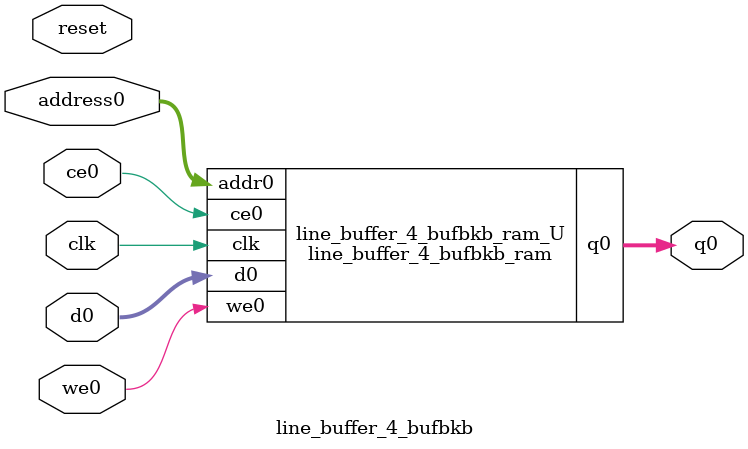
<source format=v>

`timescale 1 ns / 1 ps
module line_buffer_4_bufbkb_ram (addr0, ce0, d0, we0, q0,  clk);

parameter DWIDTH = 16;
parameter AWIDTH = 9;
parameter MEM_SIZE = 384;

input[AWIDTH-1:0] addr0;
input ce0;
input[DWIDTH-1:0] d0;
input we0;
output reg[DWIDTH-1:0] q0;
input clk;

(* ram_style = "block" *)reg [DWIDTH-1:0] ram[0:MEM_SIZE-1];




always @(posedge clk)  
begin 
    if (ce0) 
    begin
        if (we0) 
        begin 
            ram[addr0] <= d0; 
            q0 <= d0;
        end 
        else 
            q0 <= ram[addr0];
    end
end


endmodule


`timescale 1 ns / 1 ps
module line_buffer_4_bufbkb(
    reset,
    clk,
    address0,
    ce0,
    we0,
    d0,
    q0);

parameter DataWidth = 32'd16;
parameter AddressRange = 32'd384;
parameter AddressWidth = 32'd9;
input reset;
input clk;
input[AddressWidth - 1:0] address0;
input ce0;
input we0;
input[DataWidth - 1:0] d0;
output[DataWidth - 1:0] q0;



line_buffer_4_bufbkb_ram line_buffer_4_bufbkb_ram_U(
    .clk( clk ),
    .addr0( address0 ),
    .ce0( ce0 ),
    .d0( d0 ),
    .we0( we0 ),
    .q0( q0 ));

endmodule


</source>
